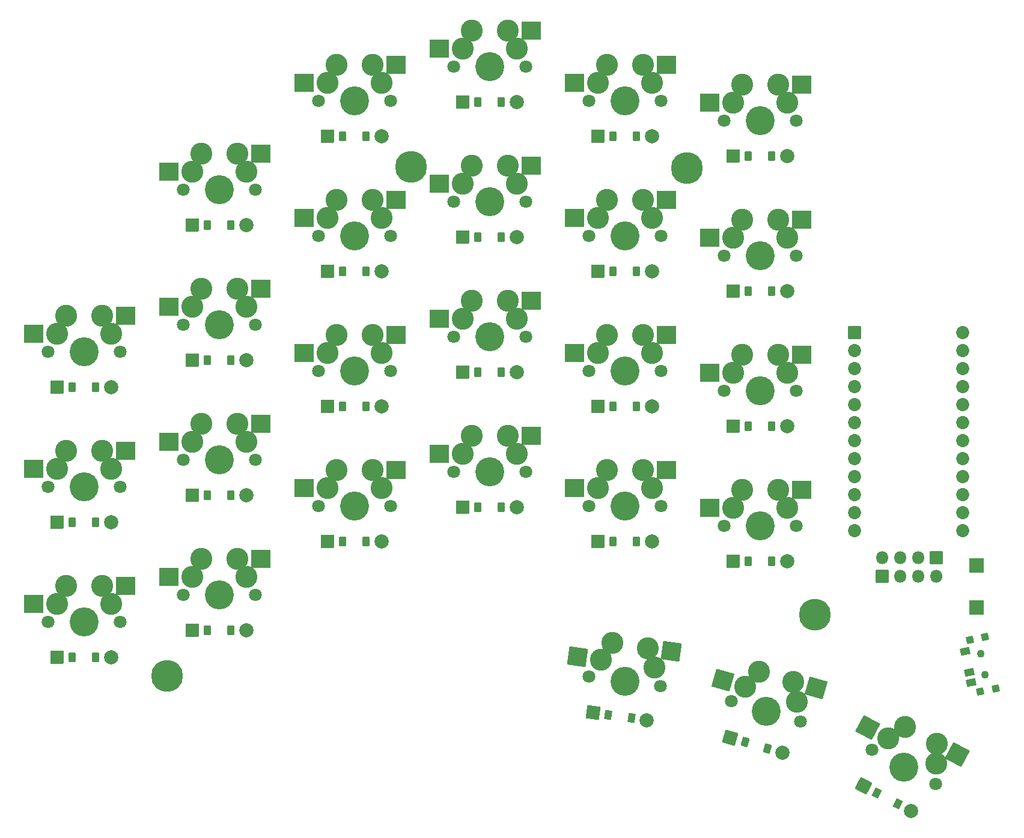
<source format=gbr>
%TF.GenerationSoftware,KiCad,Pcbnew,8.0.0*%
%TF.CreationDate,2024-03-07T20:20:43+01:00*%
%TF.ProjectId,splitty_boy_routed,73706c69-7474-4795-9f62-6f795f726f75,v1.0.0*%
%TF.SameCoordinates,Original*%
%TF.FileFunction,Soldermask,Bot*%
%TF.FilePolarity,Negative*%
%FSLAX46Y46*%
G04 Gerber Fmt 4.6, Leading zero omitted, Abs format (unit mm)*
G04 Created by KiCad (PCBNEW 8.0.0) date 2024-03-07 20:20:43*
%MOMM*%
%LPD*%
G01*
G04 APERTURE LIST*
G04 Aperture macros list*
%AMRoundRect*
0 Rectangle with rounded corners*
0 $1 Rounding radius*
0 $2 $3 $4 $5 $6 $7 $8 $9 X,Y pos of 4 corners*
0 Add a 4 corners polygon primitive as box body*
4,1,4,$2,$3,$4,$5,$6,$7,$8,$9,$2,$3,0*
0 Add four circle primitives for the rounded corners*
1,1,$1+$1,$2,$3*
1,1,$1+$1,$4,$5*
1,1,$1+$1,$6,$7*
1,1,$1+$1,$8,$9*
0 Add four rect primitives between the rounded corners*
20,1,$1+$1,$2,$3,$4,$5,0*
20,1,$1+$1,$4,$5,$6,$7,0*
20,1,$1+$1,$6,$7,$8,$9,0*
20,1,$1+$1,$8,$9,$2,$3,0*%
G04 Aperture macros list end*
%ADD10C,4.500000*%
%ADD11C,4.087800*%
%ADD12C,1.801800*%
%ADD13C,3.100000*%
%ADD14RoundRect,0.050000X-1.275000X-1.250000X1.275000X-1.250000X1.275000X1.250000X-1.275000X1.250000X0*%
%ADD15RoundRect,0.050000X-1.436558X-1.060389X1.088625X-1.415281X1.436558X1.060389X-1.088625X1.415281X0*%
%ADD16RoundRect,0.050000X-1.570155X-0.850139X0.881062X-1.553015X1.570155X0.850139X-0.881062X1.553015X0*%
%ADD17RoundRect,0.050000X-1.712598X-0.505108X0.538919X-1.702261X1.712598X0.505108X-0.538919X1.702261X0*%
%ADD18RoundRect,0.050000X-0.450000X-0.600000X0.450000X-0.600000X0.450000X0.600000X-0.450000X0.600000X0*%
%ADD19RoundRect,0.050000X-0.889000X-0.889000X0.889000X-0.889000X0.889000X0.889000X-0.889000X0.889000X0*%
%ADD20C,2.005000*%
%ADD21RoundRect,0.050000X-0.529124X-0.531533X0.362117X-0.656789X0.529124X0.531533X-0.362117X0.656789X0*%
%ADD22RoundRect,0.050000X-1.004073X-0.756623X0.756623X-1.004073X1.004073X0.756623X-0.756623X1.004073X0*%
%ADD23RoundRect,0.050000X-0.597950X-0.452720X0.267185X-0.700794X0.597950X0.452720X-0.267185X0.700794X0*%
%ADD24RoundRect,0.050000X-1.099603X-0.609520X0.609520X-1.099603X1.099603X0.609520X-0.609520X1.099603X0*%
%ADD25RoundRect,0.050000X-0.679009X-0.318506X0.115643X-0.741031X0.679009X0.318506X-0.115643X0.741031X0*%
%ADD26RoundRect,0.050000X-1.202301X-0.367580X0.367580X-1.202301X1.202301X0.367580X-0.367580X1.202301X0*%
%ADD27C,1.100000*%
%ADD28RoundRect,0.050000X-0.702169X0.316361X-0.522737X-0.565571X0.702169X-0.316361X0.522737X0.565571X0*%
%ADD29RoundRect,0.050000X-0.530682X0.351251X-0.351251X-0.530682X0.530682X-0.351251X0.351251X0.530682X0*%
%ADD30RoundRect,0.050000X-1.000000X-1.000000X1.000000X-1.000000X1.000000X1.000000X-1.000000X1.000000X0*%
%ADD31O,1.800000X1.800000*%
%ADD32RoundRect,0.050000X-0.850000X-0.850000X0.850000X-0.850000X0.850000X0.850000X-0.850000X0.850000X0*%
%ADD33RoundRect,0.050000X0.850000X0.850000X-0.850000X0.850000X-0.850000X-0.850000X0.850000X-0.850000X0*%
%ADD34RoundRect,0.050000X-0.876300X0.876300X-0.876300X-0.876300X0.876300X-0.876300X0.876300X0.876300X0*%
%ADD35C,1.852600*%
G04 APERTURE END LIST*
D10*
%TO.C,*%
X233800000Y-99900000D03*
%TD*%
%TO.C,*%
X160600000Y-171500000D03*
%TD*%
%TO.C,*%
X251900000Y-162900000D03*
%TD*%
%TO.C,*%
X195000000Y-99700000D03*
%TD*%
D11*
%TO.C,S1*%
X148904943Y-163884700D03*
D12*
X153984943Y-163884700D03*
X143824943Y-163884700D03*
D13*
X151444943Y-158804700D03*
X145094943Y-161344700D03*
D14*
X141819943Y-161344700D03*
X154746943Y-158804700D03*
D13*
X146364943Y-158804700D03*
X152714943Y-161344700D03*
%TD*%
D11*
%TO.C,S2*%
X148904950Y-144834701D03*
D12*
X153984950Y-144834701D03*
X143824950Y-144834701D03*
D13*
X151444950Y-139754701D03*
X145094950Y-142294701D03*
D14*
X141819950Y-142294701D03*
X154746950Y-139754701D03*
D13*
X146364950Y-139754701D03*
X152714950Y-142294701D03*
%TD*%
D11*
%TO.C,S3*%
X148904948Y-125784701D03*
D12*
X153984948Y-125784701D03*
X143824948Y-125784701D03*
D13*
X151444948Y-120704701D03*
X145094948Y-123244701D03*
D14*
X141819948Y-123244701D03*
X154746948Y-120704701D03*
D13*
X146364948Y-120704701D03*
X152714948Y-123244701D03*
%TD*%
D11*
%TO.C,S4*%
X167954947Y-160074696D03*
D12*
X173034947Y-160074696D03*
X162874947Y-160074696D03*
D13*
X170494947Y-154994696D03*
X164144947Y-157534696D03*
D14*
X160869947Y-157534696D03*
X173796947Y-154994696D03*
D13*
X165414947Y-154994696D03*
X171764947Y-157534696D03*
%TD*%
D11*
%TO.C,S5*%
X167954949Y-141024702D03*
D12*
X173034949Y-141024702D03*
X162874949Y-141024702D03*
D13*
X170494949Y-135944702D03*
X164144949Y-138484702D03*
D14*
X160869949Y-138484702D03*
X173796949Y-135944702D03*
D13*
X165414949Y-135944702D03*
X171764949Y-138484702D03*
%TD*%
D11*
%TO.C,S6*%
X167954937Y-121974699D03*
D12*
X173034937Y-121974699D03*
X162874937Y-121974699D03*
D13*
X170494937Y-116894699D03*
X164144937Y-119434699D03*
D14*
X160869937Y-119434699D03*
X173796937Y-116894699D03*
D13*
X165414937Y-116894699D03*
X171764937Y-119434699D03*
%TD*%
D11*
%TO.C,S7*%
X167954950Y-102924700D03*
D12*
X173034950Y-102924700D03*
X162874950Y-102924700D03*
D13*
X170494950Y-97844700D03*
X164144950Y-100384700D03*
D14*
X160869950Y-100384700D03*
X173796950Y-97844700D03*
D13*
X165414950Y-97844700D03*
X171764950Y-100384700D03*
%TD*%
D11*
%TO.C,S8*%
X187004944Y-147501702D03*
D12*
X192084944Y-147501702D03*
X181924944Y-147501702D03*
D13*
X189544944Y-142421702D03*
X183194944Y-144961702D03*
D14*
X179919944Y-144961702D03*
X192846944Y-142421702D03*
D13*
X184464944Y-142421702D03*
X190814944Y-144961702D03*
%TD*%
D11*
%TO.C,S9*%
X187004949Y-128451704D03*
D12*
X192084949Y-128451704D03*
X181924949Y-128451704D03*
D13*
X189544949Y-123371704D03*
X183194949Y-125911704D03*
D14*
X179919949Y-125911704D03*
X192846949Y-123371704D03*
D13*
X184464949Y-123371704D03*
X190814949Y-125911704D03*
%TD*%
D11*
%TO.C,S10*%
X187004953Y-109401705D03*
D12*
X192084953Y-109401705D03*
X181924953Y-109401705D03*
D13*
X189544953Y-104321705D03*
X183194953Y-106861705D03*
D14*
X179919953Y-106861705D03*
X192846953Y-104321705D03*
D13*
X184464953Y-104321705D03*
X190814953Y-106861705D03*
%TD*%
D11*
%TO.C,S11*%
X187004952Y-90351697D03*
D12*
X192084952Y-90351697D03*
X181924952Y-90351697D03*
D13*
X189544952Y-85271697D03*
X183194952Y-87811697D03*
D14*
X179919952Y-87811697D03*
X192846952Y-85271697D03*
D13*
X184464952Y-85271697D03*
X190814952Y-87811697D03*
%TD*%
D11*
%TO.C,S12*%
X206054950Y-142739199D03*
D12*
X211134950Y-142739199D03*
X200974950Y-142739199D03*
D13*
X208594950Y-137659199D03*
X202244950Y-140199199D03*
D14*
X198969950Y-140199199D03*
X211896950Y-137659199D03*
D13*
X203514950Y-137659199D03*
X209864950Y-140199199D03*
%TD*%
D11*
%TO.C,S13*%
X206054943Y-123689203D03*
D12*
X211134943Y-123689203D03*
X200974943Y-123689203D03*
D13*
X208594943Y-118609203D03*
X202244943Y-121149203D03*
D14*
X198969943Y-121149203D03*
X211896943Y-118609203D03*
D13*
X203514943Y-118609203D03*
X209864943Y-121149203D03*
%TD*%
D11*
%TO.C,S14*%
X206054950Y-104639202D03*
D12*
X211134950Y-104639202D03*
X200974950Y-104639202D03*
D13*
X208594950Y-99559202D03*
X202244950Y-102099202D03*
D14*
X198969950Y-102099202D03*
X211896950Y-99559202D03*
D13*
X203514950Y-99559202D03*
X209864950Y-102099202D03*
%TD*%
D11*
%TO.C,S15*%
X206054945Y-85589203D03*
D12*
X211134945Y-85589203D03*
X200974945Y-85589203D03*
D13*
X208594945Y-80509203D03*
X202244945Y-83049203D03*
D14*
X198969945Y-83049203D03*
X211896945Y-80509203D03*
D13*
X203514945Y-80509203D03*
X209864945Y-83049203D03*
%TD*%
D11*
%TO.C,S16*%
X225104950Y-147501702D03*
D12*
X230184950Y-147501702D03*
X220024950Y-147501702D03*
D13*
X227644950Y-142421702D03*
X221294950Y-144961702D03*
D14*
X218019950Y-144961702D03*
X230946950Y-142421702D03*
D13*
X222564950Y-142421702D03*
X228914950Y-144961702D03*
%TD*%
D11*
%TO.C,S17*%
X225104947Y-128451701D03*
D12*
X230184947Y-128451701D03*
X220024947Y-128451701D03*
D13*
X227644947Y-123371701D03*
X221294947Y-125911701D03*
D14*
X218019947Y-125911701D03*
X230946947Y-123371701D03*
D13*
X222564947Y-123371701D03*
X228914947Y-125911701D03*
%TD*%
D11*
%TO.C,S18*%
X225104950Y-109401704D03*
D12*
X230184950Y-109401704D03*
X220024950Y-109401704D03*
D13*
X227644950Y-104321704D03*
X221294950Y-106861704D03*
D14*
X218019950Y-106861704D03*
X230946950Y-104321704D03*
D13*
X222564950Y-104321704D03*
X228914950Y-106861704D03*
%TD*%
D11*
%TO.C,S19*%
X225104946Y-90351705D03*
D12*
X230184946Y-90351705D03*
X220024946Y-90351705D03*
D13*
X227644946Y-85271705D03*
X221294946Y-87811705D03*
D14*
X218019946Y-87811705D03*
X230946946Y-85271705D03*
D13*
X222564946Y-85271705D03*
X228914946Y-87811705D03*
%TD*%
D11*
%TO.C,S20*%
X244154957Y-150359194D03*
D12*
X249234957Y-150359194D03*
X239074957Y-150359194D03*
D13*
X246694957Y-145279194D03*
X240344957Y-147819194D03*
D14*
X237069957Y-147819194D03*
X249996957Y-145279194D03*
D13*
X241614957Y-145279194D03*
X247964957Y-147819194D03*
%TD*%
D11*
%TO.C,S21*%
X244154943Y-131309195D03*
D12*
X249234943Y-131309195D03*
X239074943Y-131309195D03*
D13*
X246694943Y-126229195D03*
X240344943Y-128769195D03*
D14*
X237069943Y-128769195D03*
X249996943Y-126229195D03*
D13*
X241614943Y-126229195D03*
X247964943Y-128769195D03*
%TD*%
D11*
%TO.C,S22*%
X244154948Y-112259201D03*
D12*
X249234948Y-112259201D03*
X239074948Y-112259201D03*
D13*
X246694948Y-107179201D03*
X240344948Y-109719201D03*
D14*
X237069948Y-109719201D03*
X249996948Y-107179201D03*
D13*
X241614948Y-107179201D03*
X247964948Y-109719201D03*
%TD*%
D11*
%TO.C,S23*%
X244154947Y-93209194D03*
D12*
X249234947Y-93209194D03*
X239074947Y-93209194D03*
D13*
X246694947Y-88129194D03*
X240344947Y-90669194D03*
D14*
X237069947Y-90669194D03*
X249996947Y-88129194D03*
D13*
X241614947Y-88129194D03*
X247964947Y-90669194D03*
%TD*%
D11*
%TO.C,S24*%
X225104951Y-172266696D03*
D12*
X230135513Y-172973695D03*
X220074389Y-171559697D03*
D13*
X228327231Y-167589634D03*
X221685529Y-169221166D03*
D15*
X218442403Y-168765375D03*
X231597096Y-168049183D03*
D13*
X223296669Y-166882635D03*
X229231372Y-170281665D03*
%TD*%
D11*
%TO.C,S25*%
X244993094Y-176494056D03*
D12*
X249876303Y-177894294D03*
X240109885Y-175093818D03*
D13*
X248834936Y-172310965D03*
X242030809Y-173002273D03*
D16*
X238882677Y-172099563D03*
X252009025Y-173221117D03*
D13*
X243951727Y-170910728D03*
X249355620Y-175102630D03*
%TD*%
D11*
%TO.C,S26*%
X264405457Y-184337159D03*
D12*
X268890831Y-186722075D03*
X259920083Y-181952243D03*
D13*
X269033059Y-181044243D03*
X262233888Y-180305786D03*
D17*
X259342231Y-178768266D03*
X271948552Y-182594438D03*
D13*
X264547686Y-178659327D03*
X268961945Y-183883159D03*
%TD*%
D18*
%TO.C,D1*%
X150554945Y-168884698D03*
X147254945Y-168884698D03*
D19*
X145094945Y-168884698D03*
D20*
X152714945Y-168884698D03*
%TD*%
D18*
%TO.C,D2*%
X150554950Y-149834703D03*
X147254950Y-149834703D03*
D19*
X145094950Y-149834703D03*
D20*
X152714950Y-149834703D03*
%TD*%
D18*
%TO.C,D3*%
X150554949Y-130784698D03*
X147254949Y-130784698D03*
D19*
X145094949Y-130784698D03*
D20*
X152714949Y-130784698D03*
%TD*%
D18*
%TO.C,D4*%
X169604943Y-165074700D03*
X166304943Y-165074700D03*
D19*
X164144943Y-165074700D03*
D20*
X171764943Y-165074700D03*
%TD*%
D18*
%TO.C,D5*%
X169604952Y-146024700D03*
X166304952Y-146024700D03*
D19*
X164144952Y-146024700D03*
D20*
X171764952Y-146024700D03*
%TD*%
D18*
%TO.C,D6*%
X169604943Y-126974700D03*
X166304943Y-126974700D03*
D19*
X164144943Y-126974700D03*
D20*
X171764943Y-126974700D03*
%TD*%
D18*
%TO.C,D7*%
X169604945Y-107924702D03*
X166304945Y-107924702D03*
D19*
X164144945Y-107924702D03*
D20*
X171764945Y-107924702D03*
%TD*%
D18*
%TO.C,D8*%
X188654946Y-152501699D03*
X185354946Y-152501699D03*
D19*
X183194946Y-152501699D03*
D20*
X190814946Y-152501699D03*
%TD*%
D18*
%TO.C,D9*%
X188654944Y-133451702D03*
X185354944Y-133451702D03*
D19*
X183194944Y-133451702D03*
D20*
X190814944Y-133451702D03*
%TD*%
D18*
%TO.C,D10*%
X188654950Y-114401706D03*
X185354950Y-114401706D03*
D19*
X183194950Y-114401706D03*
D20*
X190814950Y-114401706D03*
%TD*%
D18*
%TO.C,D11*%
X188654947Y-95351700D03*
X185354947Y-95351700D03*
D19*
X183194947Y-95351700D03*
D20*
X190814947Y-95351700D03*
%TD*%
D18*
%TO.C,D12*%
X207704951Y-147739198D03*
X204404951Y-147739198D03*
D19*
X202244951Y-147739198D03*
D20*
X209864951Y-147739198D03*
%TD*%
D18*
%TO.C,D13*%
X207704947Y-128689213D03*
X204404947Y-128689213D03*
D19*
X202244947Y-128689213D03*
D20*
X209864947Y-128689213D03*
%TD*%
D18*
%TO.C,D14*%
X207704948Y-109639201D03*
X204404948Y-109639201D03*
D19*
X202244948Y-109639201D03*
D20*
X209864948Y-109639201D03*
%TD*%
D18*
%TO.C,D15*%
X207704948Y-90589200D03*
X204404948Y-90589200D03*
D19*
X202244948Y-90589200D03*
D20*
X209864948Y-90589200D03*
%TD*%
D18*
%TO.C,D16*%
X226754950Y-152501696D03*
X223454950Y-152501696D03*
D19*
X221294950Y-152501696D03*
D20*
X228914950Y-152501696D03*
%TD*%
D18*
%TO.C,D17*%
X226754948Y-133451695D03*
X223454948Y-133451695D03*
D19*
X221294948Y-133451695D03*
D20*
X228914948Y-133451695D03*
%TD*%
D18*
%TO.C,D18*%
X226754942Y-114401696D03*
X223454942Y-114401696D03*
D19*
X221294942Y-114401696D03*
D20*
X228914942Y-114401696D03*
%TD*%
D18*
%TO.C,D19*%
X226754953Y-95351695D03*
X223454953Y-95351695D03*
D19*
X221294953Y-95351695D03*
D20*
X228914953Y-95351695D03*
%TD*%
D18*
%TO.C,D20*%
X245804944Y-155359199D03*
X242504944Y-155359199D03*
D19*
X240344944Y-155359199D03*
D20*
X247964944Y-155359199D03*
%TD*%
D18*
%TO.C,D21*%
X245804950Y-136309196D03*
X242504950Y-136309196D03*
D19*
X240344950Y-136309196D03*
D20*
X247964950Y-136309196D03*
%TD*%
D18*
%TO.C,D22*%
X245804947Y-117259201D03*
X242504947Y-117259201D03*
D19*
X240344947Y-117259201D03*
D20*
X247964947Y-117259201D03*
%TD*%
D18*
%TO.C,D23*%
X245804949Y-98209200D03*
X242504949Y-98209200D03*
D19*
X240344949Y-98209200D03*
D20*
X247964949Y-98209200D03*
%TD*%
D21*
%TO.C,D24*%
X226043026Y-177447678D03*
X222775142Y-176988406D03*
D22*
X220636163Y-176687792D03*
D20*
X228182005Y-177748292D03*
%TD*%
D23*
%TO.C,D25*%
X245200987Y-181755164D03*
X242028821Y-180845560D03*
D24*
X239952497Y-180250184D03*
D20*
X247277311Y-182350540D03*
%TD*%
D25*
%TO.C,D26*%
X263514961Y-189526530D03*
X260601233Y-187977276D03*
D26*
X258694067Y-186963216D03*
D20*
X265422127Y-190540590D03*
%TD*%
D27*
%TO.C,T1*%
X275803846Y-171322409D03*
X275205742Y-168382635D03*
D28*
X273022872Y-168061380D03*
X273620976Y-171001155D03*
X273920025Y-172471042D03*
D29*
X277320373Y-173258943D03*
X275164538Y-173697548D03*
X273689215Y-166446101D03*
X275845050Y-166007496D03*
%TD*%
D27*
%TO.C,T2*%
X275803846Y-171322409D03*
X275205742Y-168382635D03*
%TD*%
D30*
%TO.C,PAD1*%
X274654947Y-155884198D03*
%TD*%
%TO.C,PAD2*%
X274654943Y-161884196D03*
%TD*%
D31*
%TO.C,OLED1*%
X261334950Y-154784195D03*
X263874950Y-154784195D03*
X266414950Y-154784195D03*
D32*
X268954950Y-154784195D03*
%TD*%
D31*
%TO.C,OLED2*%
X268974948Y-157484197D03*
X266434948Y-157484197D03*
X263894948Y-157484197D03*
D33*
X261354948Y-157484197D03*
%TD*%
D34*
%TO.C,MCU1*%
X257489948Y-123054200D03*
D35*
X257489946Y-125594198D03*
X257489946Y-128134200D03*
X257489946Y-130674200D03*
X257489946Y-133214200D03*
X257489946Y-135754200D03*
X257489946Y-138294200D03*
X257489946Y-140834200D03*
X257489946Y-143374200D03*
X257489946Y-145914200D03*
X257489946Y-148454201D03*
X257489947Y-150994200D03*
X272729945Y-123054200D03*
X272729946Y-125594199D03*
X272729946Y-128134200D03*
X272729946Y-130674200D03*
X272729946Y-133214200D03*
X272729946Y-135754200D03*
X272729946Y-138294200D03*
X272729946Y-140834200D03*
X272729946Y-143374200D03*
X272729946Y-145914200D03*
X272729946Y-148454202D03*
X272729944Y-150994200D03*
%TD*%
M02*

</source>
